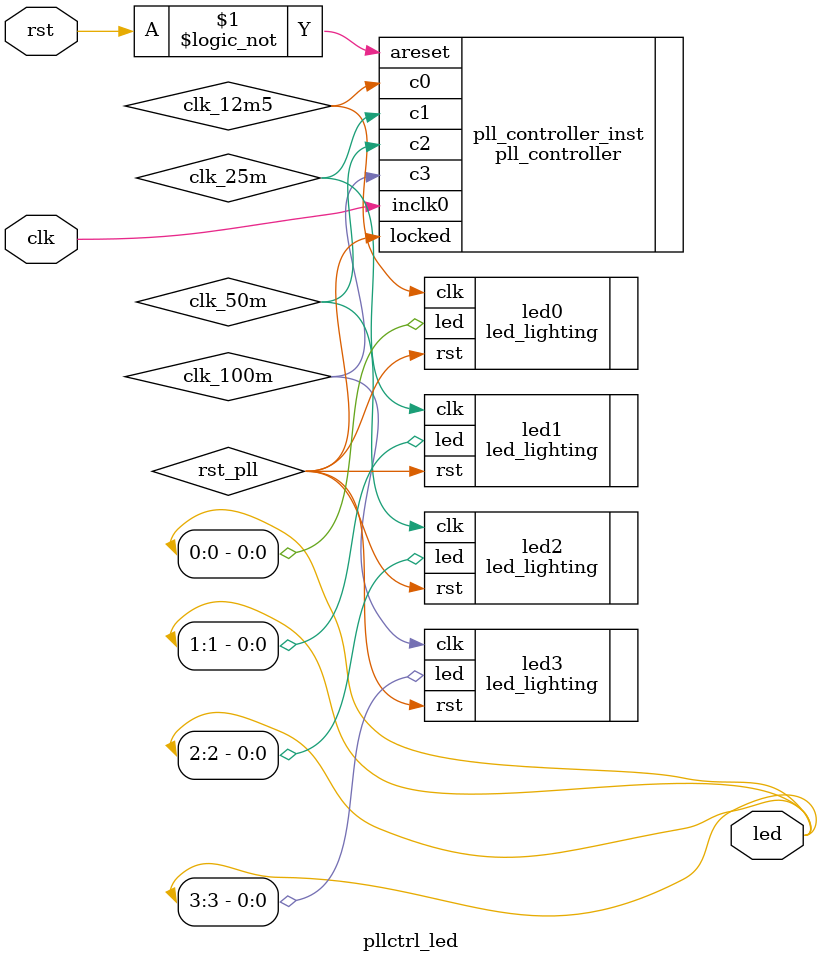
<source format=v>
module pllctrl_led(
	clk,
	rst,
	led
);

input clk;
input rst;

output [3:0]led;

wire clk_12m5;
wire clk_25m;
wire clk_50m;
wire clk_100m;
wire rst_pll;

pll_controller	pll_controller_inst (
	.areset ( !rst ),
	.inclk0 ( clk ),
	.c0 ( clk_12m5 ),
	.c1 ( clk_25m ),
	.c2 ( clk_50m ),
	.c3 ( clk_100m ),
	.locked ( rst_pll )
	);

led_lighting #(23) led0(
	.clk(clk_12m5),
	.rst(rst_pll),
	.led(led[0])
);

led_lighting #(24) led1(
	.clk(clk_25m),
	.rst(rst_pll),
	.led(led[1])
);

led_lighting #(25) led2(
	.clk(clk_50m),
	.rst(rst_pll),
	.led(led[2])
);

led_lighting #(26) led3(
	.clk(clk_100m),
	.rst(rst_pll),
	.led(led[3])
);


endmodule 
</source>
